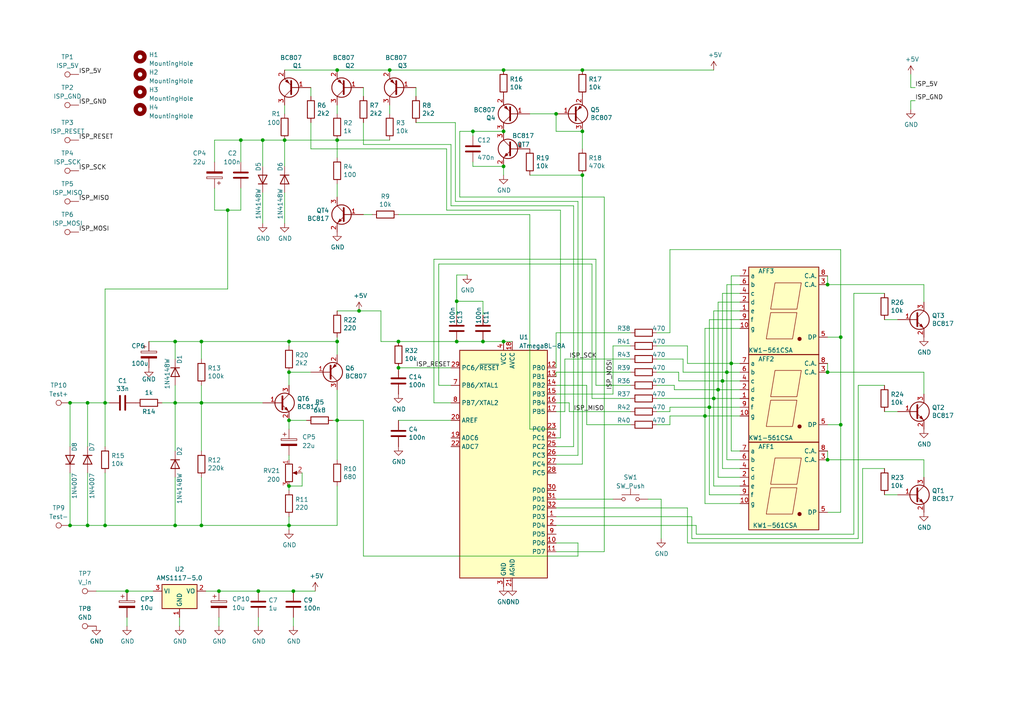
<source format=kicad_sch>
(kicad_sch (version 20231120) (generator "eeschema") (generator_version "8.0")
  (paper "A4")
  (lib_symbols
    (symbol "Connector:TestPoint" (pin_numbers hide) (pin_names (offset 0.762) hide)
      (property "Reference" "TP" (at 0 6.858 0))
      (property "Value" "TestPoint" (at 0 5.08 0))
      (symbol "TestPoint_1_1"
        (pin passive line (at 0 0 90) (length 2.54) (name "1") (number "1"))
      )
    )
    (symbol "Device:C" (pin_numbers hide) (pin_names (offset 0.254))
      (property "Reference" "C" (at 0.635 2.54 0))
      (property "Value" "C" (at 0.635 -2.54 0))
      (symbol "C_1_1"
        (pin passive line (at 0 3.81 270) (length 2.794) (name "~") (number "1"))
        (pin passive line (at 0 -3.81 90) (length 2.794) (name "~") (number "2"))
      )
    )
    (symbol "Device:C_Polarized" (pin_numbers hide) (pin_names (offset 0.254))
      (property "Reference" "C" (at 0.635 2.54 0))
      (property "Value" "C_Polarized" (at 0.635 -2.54 0))
      (symbol "C_Polarized_1_1"
        (pin passive line (at 0 3.81 270) (length 2.794) (name "~") (number "1"))
        (pin passive line (at 0 -3.81 90) (length 2.794) (name "~") (number "2"))
      )
    )
    (symbol "Device:R" (pin_numbers hide) (pin_names (offset 0))
      (property "Reference" "R" (at 2.032 0 90))
      (property "Value" "R" (at 0 0 90))
      (symbol "R_1_1"
        (pin passive line (at 0 3.81 270) (length 1.27) (name "~") (number "1"))
        (pin passive line (at 0 -3.81 90) (length 1.27) (name "~") (number "2"))
      )
    )
    (symbol "Device:R_Potentiometer" (pin_names (offset 1.016) hide)
      (property "Reference" "RV" (at -4.445 0 90))
      (property "Value" "R_Potentiometer" (at -2.54 0 90))
      (symbol "R_Potentiometer_1_1"
        (pin passive line (at 0 3.81 270) (length 1.27) (name "1") (number "1"))
        (pin passive line (at 3.81 0 180) (length 1.27) (name "2") (number "2"))
        (pin passive line (at 0 -3.81 90) (length 1.27) (name "3") (number "3"))
      )
    )
    (symbol "Diode:1N4007" (pin_numbers hide) (pin_names hide)
      (property "Reference" "D" (at 0 2.54 0))
      (property "Value" "1N4007" (at 0 -2.54 0))
      (symbol "1N4007_1_1"
        (pin passive line (at -3.81 0 0) (length 2.54) (name "K") (number "1"))
        (pin passive line (at 3.81 0 180) (length 2.54) (name "A") (number "2"))
      )
    )
    (symbol "Diode:1N4148W" (pin_numbers hide) (pin_names hide)
      (property "Reference" "D" (at 0 2.54 0))
      (property "Value" "1N4148W" (at 0 -2.54 0))
      (symbol "1N4148W_1_1"
        (pin passive line (at -3.81 0 0) (length 2.54) (name "K") (number "1"))
        (pin passive line (at 3.81 0 180) (length 2.54) (name "A") (number "2"))
      )
    )
    (symbol "Display_Character:LTS-6960HR"
      (property "Reference" "AFF" (at -7.874 13.97 0))
      (property "Value" "LTS-6960HR" (at -2.032 13.97 0))
      (symbol "LTS-6960HR_1_1"
        (pin passive line (at -12.7 0 0) (length 2.54) (name "e") (number "1"))
        (pin passive line (at -12.7 -5.08 0) (length 2.54) (name "g") (number "10"))
        (pin passive line (at -12.7 2.54 0) (length 2.54) (name "d") (number "2"))
        (pin passive line (at 12.7 7.62 180) (length 2.54) (name "C.A.") (number "3"))
        (pin passive line (at -12.7 5.08 0) (length 2.54) (name "c") (number "4"))
        (pin passive line (at 12.7 -7.62 180) (length 2.54) (name "DP") (number "5"))
        (pin passive line (at -12.7 7.62 0) (length 2.54) (name "b") (number "6"))
        (pin passive line (at -12.7 10.16 0) (length 2.54) (name "a") (number "7"))
        (pin passive line (at 12.7 10.16 180) (length 2.54) (name "C.A.") (number "8"))
        (pin passive line (at -12.7 -2.54 0) (length 2.54) (name "f") (number "9"))
      )
    )
    (symbol "MCU_Microchip_ATmega:ATmega8L-8A"
      (property "Reference" "U" (at -12.7 34.29 0))
      (property "Value" "ATmega8L-8A" (at 5.08 -34.29 0))
      (symbol "ATmega8L-8A_1_1"
        (pin bidirectional line (at 15.24 -15.24 180) (length 2.54) (name "PD3") (number "1"))
        (pin bidirectional line (at 15.24 -22.86 180) (length 2.54) (name "PD6") (number "10"))
        (pin bidirectional line (at 15.24 -25.4 180) (length 2.54) (name "PD7") (number "11"))
        (pin bidirectional line (at 15.24 27.94 180) (length 2.54) (name "PB0") (number "12"))
        (pin bidirectional line (at 15.24 25.4 180) (length 2.54) (name "PB1") (number "13"))
        (pin bidirectional line (at 15.24 22.86 180) (length 2.54) (name "PB2") (number "14"))
        (pin bidirectional line (at 15.24 20.32 180) (length 2.54) (name "PB3") (number "15"))
        (pin bidirectional line (at 15.24 17.78 180) (length 2.54) (name "PB4") (number "16"))
        (pin bidirectional line (at 15.24 15.24 180) (length 2.54) (name "PB5") (number "17"))
        (pin power_in line (at 2.54 35.56 270) (length 2.54) (name "AVCC") (number "18"))
        (pin input line (at -15.24 7.62 0) (length 2.54) (name "ADC6") (number "19"))
        (pin bidirectional line (at 15.24 -17.78 180) (length 2.54) (name "PD4") (number "2"))
        (pin passive line (at -15.24 12.7 0) (length 2.54) (name "AREF") (number "20"))
        (pin power_in line (at 2.54 -35.56 90) (length 2.54) (name "AGND") (number "21"))
        (pin input line (at -15.24 5.08 0) (length 2.54) (name "ADC7") (number "22"))
        (pin bidirectional line (at 15.24 10.16 180) (length 2.54) (name "PC0") (number "23"))
        (pin bidirectional line (at 15.24 7.62 180) (length 2.54) (name "PC1") (number "24"))
        (pin bidirectional line (at 15.24 5.08 180) (length 2.54) (name "PC2") (number "25"))
        (pin bidirectional line (at 15.24 2.54 180) (length 2.54) (name "PC3") (number "26"))
        (pin bidirectional line (at 15.24 0 180) (length 2.54) (name "PC4") (number "27"))
        (pin bidirectional line (at 15.24 -2.54 180) (length 2.54) (name "PC5") (number "28"))
        (pin bidirectional line (at -15.24 27.94 0) (length 2.54) (name "PC6/~{RESET}") (number "29"))
        (pin power_in line (at 0 -35.56 90) (length 2.54) (name "GND") (number "3"))
        (pin bidirectional line (at 15.24 -7.62 180) (length 2.54) (name "PD0") (number "30"))
        (pin bidirectional line (at 15.24 -10.16 180) (length 2.54) (name "PD1") (number "31"))
        (pin bidirectional line (at 15.24 -12.7 180) (length 2.54) (name "PD2") (number "32"))
        (pin power_in line (at 0 35.56 270) (length 2.54) (name "VCC") (number "4"))
        (pin passive line (at 0 -35.56 90) (length 2.54) hide (name "GND") (number "5"))
        (pin passive line (at 0 35.56 270) (length 2.54) hide (name "VCC") (number "6"))
        (pin bidirectional line (at -15.24 22.86 0) (length 2.54) (name "PB6/XTAL1") (number "7"))
        (pin bidirectional line (at -15.24 17.78 0) (length 2.54) (name "PB7/XTAL2") (number "8"))
        (pin bidirectional line (at 15.24 -20.32 180) (length 2.54) (name "PD5") (number "9"))
      )
    )
    (symbol "Mechanical:MountingHole" (pin_names (offset 1.016))
      (property "Reference" "H" (at 0 5.08 0))
      (property "Value" "MountingHole" (at 0 3.175 0))
    )
    (symbol "Regulator_Linear:AMS1117-5.0"
      (property "Reference" "U" (at -3.81 3.175 0))
      (property "Value" "AMS1117-5.0" (at 0 3.175 0))
      (symbol "AMS1117-5.0_1_1"
        (pin power_in line (at 0 -7.62 90) (length 2.54) (name "GND") (number "1"))
        (pin power_out line (at 7.62 0 180) (length 2.54) (name "VO") (number "2"))
        (pin power_in line (at -7.62 0 0) (length 2.54) (name "VI") (number "3"))
      )
    )
    (symbol "Switch:SW_Push" (pin_numbers hide) (pin_names (offset 1.016) hide)
      (property "Reference" "SW" (at 1.27 2.54 0))
      (property "Value" "SW_Push" (at 0 -1.524 0))
      (symbol "SW_Push_0_1"
        (pin passive line (at -5.08 0 0) (length 2.54) (name "1") (number "1"))
        (pin passive line (at 5.08 0 180) (length 2.54) (name "2") (number "2"))
      )
    )
    (symbol "Transistor_BJT:BC807" (pin_names (offset 0) hide)
      (property "Reference" "Q" (at 5.08 1.905 0))
      (property "Value" "BC807" (at 5.08 0 0))
      (symbol "BC807_1_1"
        (pin input line (at -5.08 0 0) (length 5.715) (name "B") (number "1"))
        (pin passive line (at 2.54 -5.08 90) (length 2.54) (name "E") (number "2"))
        (pin passive line (at 2.54 5.08 270) (length 2.54) (name "C") (number "3"))
      )
    )
    (symbol "Transistor_BJT:BC817" (pin_names (offset 0) hide)
      (property "Reference" "Q" (at 5.08 1.905 0))
      (property "Value" "BC817" (at 5.08 0 0))
      (symbol "BC817_1_1"
        (pin input line (at -5.08 0 0) (length 5.715) (name "B") (number "1"))
        (pin passive line (at 2.54 -5.08 90) (length 2.54) (name "E") (number "2"))
        (pin passive line (at 2.54 5.08 270) (length 2.54) (name "C") (number "3"))
      )
    )
    (symbol "power:+5V" (power) (pin_names (offset 0))
      (property "Value" "+5V" (at 0 3.556 0))
      (symbol "+5V_1_1"
        (pin power_in line (at 0 0 90) (length 0) hide (name "+5V") (number "1"))
      )
    )
    (symbol "power:GND" (power) (pin_names (offset 0))
      (property "Value" "GND" (at 0 -3.81 0))
      (symbol "GND_1_1"
        (pin power_in line (at 0 0 270) (length 0) hide (name "GND") (number "1"))
      )
    )
  )
  (junction (at 161.29 33.02))
  (junction (at 146.05 99.06))
  (junction (at 83.82 121.92))
  (junction (at 115.57 106.68))
  (junction (at 210.82 107.95))
  (junction (at 240.03 107.95))
  (junction (at 146.05 38.1))
  (junction (at 168.91 38.1))
  (junction (at 97.79 99.06))
  (junction (at 97.79 20.32))
  (junction (at 104.14 90.17))
  (junction (at 69.85 40.64))
  (junction (at 146.05 20.32))
  (junction (at 50.8 99.06))
  (junction (at 20.32 116.84))
  (junction (at 132.461 87.376))
  (junction (at 115.57 99.06))
  (junction (at 20.32 152.4))
  (junction (at 83.82 107.95))
  (junction (at 85.09 171.45))
  (junction (at 82.55 40.64))
  (junction (at 63.5 171.45))
  (junction (at 50.8 152.4))
  (junction (at 83.82 99.06))
  (junction (at 25.4 116.84))
  (junction (at 58.42 116.84))
  (junction (at 208.28 113.03))
  (junction (at 113.03 20.32))
  (junction (at 243.84 123.19))
  (junction (at 30.48 152.4))
  (junction (at 50.8 116.84))
  (junction (at 30.48 116.84))
  (junction (at 74.93 171.45))
  (junction (at 240.03 82.55))
  (junction (at 83.82 140.97))
  (junction (at 209.55 110.49))
  (junction (at 25.4 152.4))
  (junction (at 132.461 99.06))
  (junction (at 212.09 105.41))
  (junction (at 168.91 20.32))
  (junction (at 240.03 133.35))
  (junction (at 97.79 121.92))
  (junction (at 168.91 50.8))
  (junction (at 58.42 99.06))
  (junction (at 58.42 152.4))
  (junction (at 243.84 97.79))
  (junction (at 83.82 152.4))
  (junction (at 204.47 120.65))
  (junction (at 66.04 60.96))
  (junction (at 97.79 40.64))
  (junction (at 146.05 48.26))
  (junction (at 76.2 40.64))
  (junction (at 140.081 99.06))
  (junction (at 36.83 171.45))
  (junction (at 207.01 115.57))
  (junction (at 137.16 38.1))
  (junction (at 205.74 118.11))
  (wire (pts (xy 83.82 132.08) (xy 83.82 133.35)))
  (wire (pts (xy 58.42 99.06) (xy 83.82 99.06)))
  (wire (pts (xy 146.05 48.26) (xy 137.16 48.26)))
  (wire (pts (xy 146.05 99.06) (xy 148.59 99.06)))
  (wire (pts (xy 209.55 110.49) (xy 214.63 110.49)))
  (wire (pts (xy 83.82 152.4) (xy 83.82 153.67)))
  (wire (pts (xy 115.57 62.23) (xy 153.67 62.23)))
  (wire (pts (xy 165.1 116.84) (xy 165.1 119.38)))
  (wire (pts (xy 161.29 114.3) (xy 177.8 114.3)))
  (wire (pts (xy 105.41 62.23) (xy 107.95 62.23)))
  (wire (pts (xy 161.29 144.78) (xy 177.8 144.78)))
  (wire (pts (xy 243.84 148.59) (xy 240.03 148.59)))
  (wire (pts (xy 132.08 58.42) (xy 167.64 58.42)))
  (wire (pts (xy 190.5 107.95) (xy 196.85 107.95)))
  (wire (pts (xy 127.254 76.581) (xy 171.704 76.581)))
  (wire (pts (xy 105.41 161.29) (xy 167.64 161.29)))
  (wire (pts (xy 165.1 119.38) (xy 182.88 119.38)))
  (wire (pts (xy 209.55 135.89) (xy 214.63 135.89)))
  (wire (pts (xy 168.91 38.1) (xy 168.91 43.18)))
  (wire (pts (xy 267.97 82.55) (xy 267.97 87.63)))
  (wire (pts (xy 97.79 99.06) (xy 97.79 102.87)))
  (wire (pts (xy 177.8 114.3) (xy 177.8 100.33)))
  (wire (pts (xy 240.03 105.41) (xy 240.03 107.95)))
  (wire (pts (xy 247.65 85.09) (xy 256.54 85.09)))
  (wire (pts (xy 97.79 20.32) (xy 113.03 20.32)))
  (wire (pts (xy 208.28 138.43) (xy 214.63 138.43)))
  (wire (pts (xy 243.84 72.39) (xy 243.84 97.79)))
  (wire (pts (xy 256.54 143.51) (xy 260.35 143.51)))
  (wire (pts (xy 133.35 57.15) (xy 175.26 57.15)))
  (wire (pts (xy 194.31 120.65) (xy 204.47 120.65)))
  (wire (pts (xy 115.57 99.06) (xy 132.461 99.06)))
  (wire (pts (xy 58.42 116.84) (xy 76.2 116.84)))
  (wire (pts (xy 248.92 111.76) (xy 256.54 111.76)))
  (wire (pts (xy 199.39 147.32) (xy 199.39 157.48)))
  (wire (pts (xy 161.29 119.38) (xy 163.83 119.38)))
  (wire (pts (xy 190.5 111.76) (xy 195.58 111.76)))
  (wire (pts (xy 209.55 110.49) (xy 209.55 135.89)))
  (wire (pts (xy 162.56 127) (xy 161.29 127)))
  (wire (pts (xy 25.4 152.4) (xy 20.32 152.4)))
  (wire (pts (xy 267.97 133.35) (xy 267.97 138.43)))
  (wire (pts (xy 58.42 99.06) (xy 58.42 104.14)))
  (wire (pts (xy 196.85 110.49) (xy 209.55 110.49)))
  (wire (pts (xy 207.01 90.17) (xy 207.01 115.57)))
  (wire (pts (xy 248.92 156.21) (xy 248.92 111.76)))
  (wire (pts (xy 214.63 87.63) (xy 208.28 87.63)))
  (wire (pts (xy 177.8 100.33) (xy 182.88 100.33)))
  (wire (pts (xy 25.4 116.84) (xy 25.4 129.54)))
  (wire (pts (xy 264.16 31.75) (xy 264.16 29.21)))
  (wire (pts (xy 167.64 157.48) (xy 161.29 157.48)))
  (wire (pts (xy 205.74 118.11) (xy 214.63 118.11)))
  (wire (pts (xy 161.29 33.02) (xy 161.29 38.1)))
  (wire (pts (xy 146.05 48.26) (xy 146.05 50.8)))
  (wire (pts (xy 132.461 99.06) (xy 140.081 99.06)))
  (wire (pts (xy 83.82 107.95) (xy 83.82 111.76)))
  (wire (pts (xy 167.64 157.48) (xy 167.64 161.29)))
  (wire (pts (xy 130.81 41.91) (xy 130.81 59.69)))
  (wire (pts (xy 50.8 152.4) (xy 50.8 138.43)))
  (wire (pts (xy 137.16 38.1) (xy 137.16 39.37)))
  (wire (pts (xy 74.93 171.45) (xy 85.09 171.45)))
  (wire (pts (xy 83.82 100.33) (xy 83.82 99.06)))
  (wire (pts (xy 63.5 171.45) (xy 74.93 171.45)))
  (wire (pts (xy 171.704 76.581) (xy 171.704 115.57)))
  (wire (pts (xy 167.64 58.42) (xy 167.64 132.08)))
  (wire (pts (xy 62.23 40.64) (xy 69.85 40.64)))
  (wire (pts (xy 30.48 116.84) (xy 31.75 116.84)))
  (wire (pts (xy 30.48 137.16) (xy 30.48 152.4)))
  (wire (pts (xy 146.05 38.1) (xy 137.16 38.1)))
  (wire (pts (xy 205.74 143.51) (xy 214.63 143.51)))
  (wire (pts (xy 264.16 29.21) (xy 265.43 29.21)))
  (wire (pts (xy 125.857 116.84) (xy 125.857 75.184)))
  (wire (pts (xy 87.63 137.16) (xy 87.63 140.97)))
  (wire (pts (xy 132.461 87.376) (xy 132.461 91.44)))
  (wire (pts (xy 209.55 85.09) (xy 209.55 110.49)))
  (wire (pts (xy 161.29 38.1) (xy 168.91 38.1)))
  (wire (pts (xy 58.42 138.43) (xy 58.42 152.4)))
  (wire (pts (xy 63.5 179.07) (xy 63.5 181.61)))
  (wire (pts (xy 82.55 64.77) (xy 82.55 55.88)))
  (wire (pts (xy 161.29 116.84) (xy 165.1 116.84)))
  (wire (pts (xy 162.56 60.96) (xy 162.56 127)))
  (wire (pts (xy 240.03 133.35) (xy 267.97 133.35)))
  (wire (pts (xy 129.54 60.96) (xy 162.56 60.96)))
  (wire (pts (xy 83.82 152.4) (xy 97.79 152.4)))
  (wire (pts (xy 214.63 90.17) (xy 207.01 90.17)))
  (wire (pts (xy 187.96 144.78) (xy 191.77 144.78)))
  (wire (pts (xy 83.82 149.86) (xy 83.82 152.4)))
  (wire (pts (xy 200.66 149.86) (xy 200.66 156.21)))
  (wire (pts (xy 198.12 104.14) (xy 198.12 107.95)))
  (wire (pts (xy 172.847 111.76) (xy 182.88 111.76)))
  (wire (pts (xy 146.05 20.32) (xy 168.91 20.32)))
  (wire (pts (xy 204.47 95.25) (xy 204.47 120.65)))
  (wire (pts (xy 168.91 50.8) (xy 168.91 134.62)))
  (wire (pts (xy 30.48 152.4) (xy 25.4 152.4)))
  (wire (pts (xy 190.5 96.52) (xy 194.31 96.52)))
  (wire (pts (xy 161.29 107.95) (xy 182.88 107.95)))
  (wire (pts (xy 267.97 107.95) (xy 267.97 114.3)))
  (wire (pts (xy 163.83 104.14) (xy 182.88 104.14)))
  (wire (pts (xy 74.93 179.07) (xy 74.93 181.61)))
  (wire (pts (xy 205.74 118.11) (xy 205.74 143.51)))
  (wire (pts (xy 214.63 80.01) (xy 212.09 80.01)))
  (wire (pts (xy 50.8 99.06) (xy 58.42 99.06)))
  (wire (pts (xy 25.4 137.16) (xy 25.4 152.4)))
  (wire (pts (xy 90.17 107.95) (xy 83.82 107.95)))
  (wire (pts (xy 97.79 40.64) (xy 113.03 40.64)))
  (wire (pts (xy 194.31 120.65) (xy 194.31 123.19)))
  (wire (pts (xy 190.5 123.19) (xy 194.31 123.19)))
  (wire (pts (xy 161.29 96.52) (xy 182.88 96.52)))
  (wire (pts (xy 90.17 43.18) (xy 129.54 43.18)))
  (wire (pts (xy 76.2 64.77) (xy 76.2 55.88)))
  (wire (pts (xy 120.65 35.56) (xy 132.08 35.56)))
  (wire (pts (xy 58.42 116.84) (xy 58.42 130.81)))
  (wire (pts (xy 256.54 92.71) (xy 260.35 92.71)))
  (wire (pts (xy 88.9 121.92) (xy 83.82 121.92)))
  (wire (pts (xy 161.29 152.4) (xy 201.93 152.4)))
  (wire (pts (xy 161.29 109.22) (xy 161.29 107.95)))
  (wire (pts (xy 50.8 116.84) (xy 50.8 130.81)))
  (wire (pts (xy 161.29 147.32) (xy 199.39 147.32)))
  (wire (pts (xy 194.31 118.11) (xy 205.74 118.11)))
  (wire (pts (xy 190.5 119.38) (xy 194.31 119.38)))
  (wire (pts (xy 27.94 171.45) (xy 36.83 171.45)))
  (wire (pts (xy 132.461 79.756) (xy 135.509 79.756)))
  (wire (pts (xy 62.23 46.99) (xy 62.23 40.64)))
  (wire (pts (xy 105.41 35.56) (xy 105.41 41.91)))
  (wire (pts (xy 214.63 95.25) (xy 204.47 95.25)))
  (wire (pts (xy 264.16 25.4) (xy 265.43 25.4)))
  (wire (pts (xy 69.85 60.96) (xy 69.85 54.61)))
  (wire (pts (xy 190.5 104.14) (xy 198.12 104.14)))
  (wire (pts (xy 171.704 115.57) (xy 182.88 115.57)))
  (wire (pts (xy 204.47 146.05) (xy 214.63 146.05)))
  (wire (pts (xy 196.85 107.95) (xy 196.85 110.49)))
  (wire (pts (xy 240.03 97.79) (xy 243.84 97.79)))
  (wire (pts (xy 191.77 144.78) (xy 191.77 156.21)))
  (wire (pts (xy 132.461 87.376) (xy 140.081 87.376)))
  (wire (pts (xy 105.41 41.91) (xy 130.81 41.91)))
  (wire (pts (xy 190.5 115.57) (xy 207.01 115.57)))
  (wire (pts (xy 240.03 80.01) (xy 240.03 82.55)))
  (wire (pts (xy 66.04 60.96) (xy 69.85 60.96)))
  (wire (pts (xy 82.55 40.64) (xy 97.79 40.64)))
  (wire (pts (xy 201.93 154.94) (xy 247.65 154.94)))
  (wire (pts (xy 85.09 171.45) (xy 91.44 171.45)))
  (wire (pts (xy 207.01 115.57) (xy 214.63 115.57)))
  (wire (pts (xy 83.82 99.06) (xy 97.79 99.06)))
  (wire (pts (xy 198.12 107.95) (xy 210.82 107.95)))
  (wire (pts (xy 199.39 157.48) (xy 250.19 157.48)))
  (wire (pts (xy 175.26 160.02) (xy 161.29 160.02)))
  (wire (pts (xy 130.81 116.84) (xy 125.857 116.84)))
  (wire (pts (xy 97.79 97.79) (xy 97.79 99.06)))
  (wire (pts (xy 195.58 111.76) (xy 195.58 113.03)))
  (wire (pts (xy 36.83 179.07) (xy 36.83 181.61)))
  (wire (pts (xy 50.8 152.4) (xy 58.42 152.4)))
  (wire (pts (xy 195.58 113.03) (xy 208.28 113.03)))
  (wire (pts (xy 132.08 35.56) (xy 132.08 58.42)))
  (wire (pts (xy 87.63 140.97) (xy 83.82 140.97)))
  (wire (pts (xy 210.82 107.95) (xy 210.82 133.35)))
  (wire (pts (xy 212.09 105.41) (xy 212.09 130.81)))
  (wire (pts (xy 212.09 105.41) (xy 214.63 105.41)))
  (wire (pts (xy 247.65 154.94) (xy 247.65 85.09)))
  (wire (pts (xy 166.37 129.54) (xy 161.29 129.54)))
  (wire (pts (xy 58.42 111.76) (xy 58.42 116.84)))
  (wire (pts (xy 125.857 75.184) (xy 172.847 75.184)))
  (wire (pts (xy 96.52 121.92) (xy 97.79 121.92)))
  (wire (pts (xy 130.81 59.69) (xy 166.37 59.69)))
  (wire (pts (xy 127.254 111.76) (xy 127.254 76.581)))
  (wire (pts (xy 210.82 133.35) (xy 214.63 133.35)))
  (wire (pts (xy 256.54 119.38) (xy 260.35 119.38)))
  (wire (pts (xy 85.09 179.07) (xy 85.09 181.61)))
  (wire (pts (xy 243.84 123.19) (xy 240.03 123.19)))
  (wire (pts (xy 163.83 119.38) (xy 163.83 104.14)))
  (wire (pts (xy 240.03 107.95) (xy 267.97 107.95)))
  (wire (pts (xy 161.29 111.76) (xy 170.18 111.76)))
  (wire (pts (xy 62.23 60.96) (xy 62.23 54.61)))
  (wire (pts (xy 194.31 118.11) (xy 194.31 119.38)))
  (wire (pts (xy 110.49 99.06) (xy 110.49 90.17)))
  (wire (pts (xy 113.03 30.48) (xy 113.03 33.02)))
  (wire (pts (xy 30.48 116.84) (xy 30.48 129.54)))
  (wire (pts (xy 20.32 116.84) (xy 20.32 129.54)))
  (wire (pts (xy 168.91 20.32) (xy 207.01 20.32)))
  (wire (pts (xy 207.01 115.57) (xy 207.01 140.97)))
  (wire (pts (xy 97.79 53.34) (xy 97.79 57.15)))
  (wire (pts (xy 199.39 105.41) (xy 212.09 105.41)))
  (wire (pts (xy 90.17 25.4) (xy 90.17 27.94)))
  (wire (pts (xy 208.28 113.03) (xy 208.28 138.43)))
  (wire (pts (xy 140.081 87.376) (xy 140.081 91.44)))
  (wire (pts (xy 153.67 62.23) (xy 153.67 124.46)))
  (wire (pts (xy 130.81 111.76) (xy 127.254 111.76)))
  (wire (pts (xy 214.63 82.55) (xy 210.82 82.55)))
  (wire (pts (xy 208.28 113.03) (xy 214.63 113.03)))
  (wire (pts (xy 172.847 75.184) (xy 172.847 111.76)))
  (wire (pts (xy 199.39 100.33) (xy 199.39 105.41)))
  (wire (pts (xy 110.49 90.17) (xy 104.14 90.17)))
  (wire (pts (xy 210.82 107.95) (xy 214.63 107.95)))
  (wire (pts (xy 250.19 157.48) (xy 250.19 135.89)))
  (wire (pts (xy 137.16 38.1) (xy 133.35 38.1)))
  (wire (pts (xy 132.461 87.376) (xy 132.461 79.756)))
  (wire (pts (xy 50.8 116.84) (xy 58.42 116.84)))
  (wire (pts (xy 133.35 38.1) (xy 133.35 57.15)))
  (wire (pts (xy 30.48 116.84) (xy 25.4 116.84)))
  (wire (pts (xy 207.01 140.97) (xy 214.63 140.97)))
  (wire (pts (xy 166.37 59.69) (xy 166.37 129.54)))
  (wire (pts (xy 210.82 82.55) (xy 210.82 107.95)))
  (wire (pts (xy 153.67 50.8) (xy 168.91 50.8)))
  (wire (pts (xy 76.2 40.64) (xy 82.55 40.64)))
  (wire (pts (xy 20.32 152.4) (xy 20.32 137.16)))
  (wire (pts (xy 83.82 142.24) (xy 83.82 140.97)))
  (wire (pts (xy 82.55 30.48) (xy 82.55 33.02)))
  (wire (pts (xy 30.48 83.82) (xy 30.48 116.84)))
  (wire (pts (xy 76.2 40.64) (xy 76.2 48.26)))
  (wire (pts (xy 137.16 48.26) (xy 137.16 46.99)))
  (wire (pts (xy 25.4 116.84) (xy 20.32 116.84)))
  (wire (pts (xy 90.17 35.56) (xy 90.17 43.18)))
  (wire (pts (xy 43.18 99.06) (xy 50.8 99.06)))
  (wire (pts (xy 62.23 60.96) (xy 66.04 60.96)))
  (wire (pts (xy 208.28 87.63) (xy 208.28 113.03)))
  (wire (pts (xy 110.49 99.06) (xy 115.57 99.06)))
  (wire (pts (xy 153.67 124.46) (xy 161.29 124.46)))
  (wire (pts (xy 161.29 134.62) (xy 168.91 134.62)))
  (wire (pts (xy 120.65 25.4) (xy 120.65 27.94)))
  (wire (pts (xy 214.63 85.09) (xy 209.55 85.09)))
  (wire (pts (xy 212.09 130.81) (xy 214.63 130.81)))
  (wire (pts (xy 76.2 40.64) (xy 69.85 40.64)))
  (wire (pts (xy 140.081 99.06) (xy 146.05 99.06)))
  (wire (pts (xy 250.19 135.89) (xy 256.54 135.89)))
  (wire (pts (xy 50.8 116.84) (xy 46.99 116.84)))
  (wire (pts (xy 161.29 33.02) (xy 153.67 33.02)))
  (wire (pts (xy 105.41 25.4) (xy 105.41 27.94)))
  (wire (pts (xy 194.31 96.52) (xy 194.31 72.39)))
  (wire (pts (xy 205.74 92.71) (xy 205.74 118.11)))
  (wire (pts (xy 97.79 152.4) (xy 97.79 140.97)))
  (wire (pts (xy 66.04 83.82) (xy 30.48 83.82)))
  (wire (pts (xy 264.16 21.59) (xy 264.16 25.4)))
  (wire (pts (xy 214.63 92.71) (xy 205.74 92.71)))
  (wire (pts (xy 59.69 171.45) (xy 63.5 171.45)))
  (wire (pts (xy 190.5 100.33) (xy 199.39 100.33)))
  (wire (pts (xy 36.83 171.45) (xy 44.45 171.45)))
  (wire (pts (xy 243.84 97.79) (xy 243.84 123.19)))
  (wire (pts (xy 113.03 20.32) (xy 146.05 20.32)))
  (wire (pts (xy 130.81 106.68) (xy 115.57 106.68)))
  (wire (pts (xy 167.64 132.08) (xy 161.29 132.08)))
  (wire (pts (xy 97.79 121.92) (xy 97.79 113.03)))
  (wire (pts (xy 97.79 121.92) (xy 97.79 133.35)))
  (wire (pts (xy 175.26 57.15) (xy 175.26 160.02)))
  (wire (pts (xy 97.79 40.64) (xy 97.79 45.72)))
  (wire (pts (xy 201.93 152.4) (xy 201.93 154.94)))
  (wire (pts (xy 58.42 152.4) (xy 83.82 152.4)))
  (wire (pts (xy 104.14 90.17) (xy 97.79 90.17)))
  (wire (pts (xy 129.54 43.18) (xy 129.54 60.96)))
  (wire (pts (xy 30.48 152.4) (xy 50.8 152.4)))
  (wire (pts (xy 243.84 123.19) (xy 243.84 148.59)))
  (wire (pts (xy 50.8 111.76) (xy 50.8 116.84)))
  (wire (pts (xy 161.29 106.68) (xy 161.29 96.52)))
  (wire (pts (xy 204.47 120.65) (xy 214.63 120.65)))
  (wire (pts (xy 105.41 121.92) (xy 105.41 161.29)))
  (wire (pts (xy 194.31 72.39) (xy 243.84 72.39)))
  (wire (pts (xy 97.79 30.48) (xy 97.79 33.02)))
  (wire (pts (xy 240.03 82.55) (xy 267.97 82.55)))
  (wire (pts (xy 50.8 99.06) (xy 50.8 104.14)))
  (wire (pts (xy 66.04 60.96) (xy 66.04 83.82)))
  (wire (pts (xy 82.55 48.26) (xy 82.55 40.64)))
  (wire (pts (xy 115.57 121.92) (xy 130.81 121.92)))
  (wire (pts (xy 82.55 20.32) (xy 97.79 20.32)))
  (wire (pts (xy 83.82 121.92) (xy 83.82 124.46)))
  (wire (pts (xy 161.29 149.86) (xy 200.66 149.86)))
  (wire (pts (xy 200.66 156.21) (xy 248.92 156.21)))
  (wire (pts (xy 69.85 46.99) (xy 69.85 40.64)))
  (wire (pts (xy 52.07 179.07) (xy 52.07 181.61)))
  (wire (pts (xy 240.03 130.81) (xy 240.03 133.35)))
  (wire (pts (xy 97.79 121.92) (xy 105.41 121.92)))
  (wire (pts (xy 204.47 120.65) (xy 204.47 146.05)))
  (wire (pts (xy 170.18 111.76) (xy 170.18 123.19)))
  (wire (pts (xy 170.18 123.19) (xy 182.88 123.19)))
  (wire (pts (xy 212.09 80.01) (xy 212.09 105.41)))
  (label "ISP_MISO" (at 22.86 58.42 0))
  (label "ISP_MISO" (at 166.37 119.38 0))
  (label "ISP_RESET" (at 22.86 40.64 0))
  (label "ISP_MOSI" (at 22.86 67.31 0))
  (label "ISP_RESET" (at 120.65 106.68 0))
  (label "ISP_SCK" (at 22.86 49.53 0))
  (label "ISP_MOSI" (at 177.8 113.03 90))
  (label "ISP_5V" (at 22.86 21.59 0))
  (label "ISP_GND" (at 265.43 29.21 0))
  (label "ISP_GND" (at 22.86 30.48 0))
  (label "ISP_SCK" (at 165.1 104.14 0))
  (label "ISP_5V" (at 265.43 25.4 0))
  (symbol (lib_id "Display_Character:LTS-6960HR") (at 227.33 90.17 0) (unit 1)
    (property "Reference" "AFF3" (at 222.25 78.613 0))
    (property "Value" "KW1-561CSA" (at 223.52 101.6 0))
    (property "Footprint" "Display_7Segment:7SegmentLED_LTS6760_LTS6780" (effects (hide yes)))
    (property "Datasheet" "https://www.tme.eu/Document/71e70fb68b634953c09d371cc1337efd/kw1-561csa.pdf" (effects (hide yes)))
  )
  (symbol (lib_id "Display_Character:LTS-6960HR") (at 227.33 115.57 0) (unit 1)
    (property "Reference" "AFF2" (at 222.25 104.14 0))
    (property "Value" "KW1-561CSA" (at 223.52 127 0))
    (property "Footprint" "Display_7Segment:7SegmentLED_LTS6760_LTS6780" (effects (hide yes)))
    (property "Datasheet" "https://www.tme.eu/Document/71e70fb68b634953c09d371cc1337efd/kw1-561csa.pdf" (effects (hide yes)))
  )
  (symbol (lib_id "Display_Character:LTS-6960HR") (at 227.33 140.97 0) (unit 1)
    (property "Reference" "AFF1" (at 222.25 129.54 0))
    (property "Value" "KW1-561CSA" (at 224.79 152.4 0))
    (property "Footprint" "Display_7Segment:7SegmentLED_LTS6760_LTS6780" (effects (hide yes)))
    (property "Datasheet" "https://www.tme.eu/Document/71e70fb68b634953c09d371cc1337efd/kw1-561csa.pdf" (effects (hide yes)))
  )
  (symbol (lib_id "Device:R") (at 186.69 115.57 90) (unit 1)
    (property "Reference" "R37" (at 182.88 114.3 90) (effects (justify left)))
    (property "Value" "470" (at 193.04 114.3 90) (effects (justify left)))
    (property "Footprint" "Resistor_SMD:R_0603_1608Metric" (effects (hide yes)))
  )
  (symbol (lib_id "Device:R") (at 186.69 111.76 90) (unit 1)
    (property "Reference" "R36" (at 182.88 110.49 90) (effects (justify left)))
    (property "Value" "470" (at 193.04 110.49 90) (effects (justify left)))
    (property "Footprint" "Resistor_SMD:R_0603_1608Metric" (effects (hide yes)))
  )
  (symbol (lib_id "Device:R") (at 186.69 107.95 90) (unit 1)
    (property "Reference" "R39" (at 182.88 106.68 90) (effects (justify left)))
    (property "Value" "470" (at 193.04 106.68 90) (effects (justify left)))
    (property "Footprint" "Resistor_SMD:R_0603_1608Metric" (effects (hide yes)))
  )
  (symbol (lib_id "Device:R") (at 186.69 104.14 90) (unit 1)
    (property "Reference" "R43" (at 182.88 102.87 90) (effects (justify left)))
    (property "Value" "470" (at 193.04 102.87 90) (effects (justify left)))
    (property "Footprint" "Resistor_SMD:R_0603_1608Metric" (effects (hide yes)))
  )
  (symbol (lib_id "Device:R") (at 186.69 119.38 90) (unit 1)
    (property "Reference" "R42" (at 182.88 118.11 90) (effects (justify left)))
    (property "Value" "470" (at 193.04 118.11 90) (effects (justify left)))
    (property "Footprint" "Resistor_SMD:R_0603_1608Metric" (effects (hide yes)))
  )
  (symbol (lib_id "Device:R") (at 186.69 123.19 90) (unit 1)
    (property "Reference" "R40" (at 182.88 121.92 90) (effects (justify left)))
    (property "Value" "470" (at 193.04 121.92 90) (effects (justify left)))
    (property "Footprint" "Resistor_SMD:R_0603_1608Metric" (effects (hide yes)))
  )
  (symbol (lib_id "Device:R") (at 186.69 100.33 90) (unit 1)
    (property "Reference" "R41" (at 182.88 99.06 90) (effects (justify left)))
    (property "Value" "470" (at 193.04 99.06 90) (effects (justify left)))
    (property "Footprint" "Resistor_SMD:R_0603_1608Metric" (effects (hide yes)))
  )
  (symbol (lib_id "Device:R") (at 186.69 96.52 90) (unit 1)
    (property "Reference" "R38" (at 182.88 95.25 90) (effects (justify left)))
    (property "Value" "470" (at 193.04 95.25 90) (effects (justify left)))
    (property "Footprint" "Resistor_SMD:R_0603_1608Metric" (effects (hide yes)))
  )
  (symbol (lib_id "Transistor_BJT:BC817") (at 265.43 92.71 0) (unit 1)
    (property "Reference" "QT3" (at 270.2814 91.5416 0) (effects (justify left)))
    (property "Value" "BC817" (at 270.2814 93.853 0) (effects (justify left)))
    (property "Footprint" "Package_TO_SOT_SMD:SOT-23" (effects (hide yes)))
    (property "Datasheet" "http://www.fairchildsemi.com/ds/BC/BC817.pdf" (effects (hide yes)))
  )
  (symbol (lib_id "Transistor_BJT:BC817") (at 265.43 119.38 0) (unit 1)
    (property "Reference" "QT2" (at 270.2814 118.2116 0) (effects (justify left)))
    (property "Value" "BC817" (at 270.2814 120.523 0) (effects (justify left)))
    (property "Footprint" "Package_TO_SOT_SMD:SOT-23" (effects (hide yes)))
    (property "Datasheet" "http://www.fairchildsemi.com/ds/BC/BC817.pdf" (effects (hide yes)))
  )
  (symbol (lib_id "Transistor_BJT:BC817") (at 265.43 143.51 0) (unit 1)
    (property "Reference" "QT1" (at 270.2814 142.3416 0) (effects (justify left)))
    (property "Value" "BC817" (at 270.2814 144.653 0) (effects (justify left)))
    (property "Footprint" "Package_TO_SOT_SMD:SOT-23" (effects (hide yes)))
    (property "Datasheet" "http://www.fairchildsemi.com/ds/BC/BC817.pdf" (effects (hide yes)))
  )
  (symbol (lib_id "power:GND") (at 267.97 148.59 0) (unit 1)
    (property "Reference" "#PWR0103" (effects (hide yes)))
    (property "Value" "GND" (at 268.097 152.9842 0))
  )
  (symbol (lib_id "power:GND") (at 267.97 124.46 0) (unit 1)
    (property "Reference" "#PWR0102" (effects (hide yes)))
    (property "Value" "GND" (at 268.097 128.8542 0))
  )
  (symbol (lib_id "power:GND") (at 267.97 97.79 0) (unit 1)
    (property "Reference" "#PWR0101" (effects (hide yes)))
    (property "Value" "GND" (at 268.097 102.1842 0))
  )
  (symbol (lib_id "Device:R") (at 256.54 88.9 0) (unit 1)
    (property "Reference" "R26" (at 258.318 87.7316 0) (effects (justify left)))
    (property "Value" "10k" (at 258.318 90.043 0) (effects (justify left)))
    (property "Footprint" "Resistor_SMD:R_0603_1608Metric" (effects (hide yes)))
  )
  (symbol (lib_id "Device:R") (at 256.54 115.57 0) (unit 1)
    (property "Reference" "R24" (at 258.318 114.4016 0) (effects (justify left)))
    (property "Value" "10k" (at 258.318 116.713 0) (effects (justify left)))
    (property "Footprint" "Resistor_SMD:R_0603_1608Metric" (effects (hide yes)))
  )
  (symbol (lib_id "Device:R") (at 256.54 139.7 0) (unit 1)
    (property "Reference" "R23" (at 258.318 138.5316 0) (effects (justify left)))
    (property "Value" "10k" (at 258.318 140.843 0) (effects (justify left)))
    (property "Footprint" "Resistor_SMD:R_0603_1608Metric" (effects (hide yes)))
  )
  (symbol (lib_id "power:GND") (at 148.59 170.18 0) (unit 1)
    (property "Reference" "#PWR0109" (effects (hide yes)))
    (property "Value" "GND" (at 148.717 174.5742 0))
  )
  (symbol (lib_id "power:GND") (at 146.05 170.18 0) (unit 1)
    (property "Reference" "#PWR0108" (effects (hide yes)))
    (property "Value" "GND" (at 146.177 174.5742 0))
  )
  (symbol (lib_id "Device:C") (at 115.57 125.73 0) (unit 1)
    (property "Reference" "C4" (at 118.491 124.5616 0) (effects (justify left)))
    (property "Value" "100n" (at 118.491 126.873 0) (effects (justify left)))
    (property "Footprint" "Capacitor_SMD:C_0603_1608Metric" (effects (hide yes)))
  )
  (symbol (lib_id "power:GND") (at 115.57 129.54 0) (unit 1)
    (property "Reference" "#PWR0106" (effects (hide yes)))
    (property "Value" "GND" (at 115.697 133.9342 0))
  )
  (symbol (lib_id "Device:C") (at 115.57 110.49 0) (unit 1)
    (property "Reference" "C14" (at 118.491 109.3216 0) (effects (justify left)))
    (property "Value" "100n" (at 118.491 111.633 0) (effects (justify left)))
    (property "Footprint" "Capacitor_SMD:C_0603_1608Metric" (effects (hide yes)))
  )
  (symbol (lib_id "power:GND") (at 115.57 114.3 0) (unit 1)
    (property "Reference" "#PWR0105" (effects (hide yes)))
    (property "Value" "GND" (at 115.697 118.6942 0))
  )
  (symbol (lib_id "Device:R") (at 115.57 102.87 0) (unit 1)
    (property "Reference" "R32" (at 117.348 101.7016 0) (effects (justify left)))
    (property "Value" "10k" (at 117.348 104.013 0) (effects (justify left)))
    (property "Footprint" "Resistor_SMD:R_0603_1608Metric" (effects (hide yes)))
  )
  (symbol (lib_id "Device:C") (at 132.461 95.25 0) (unit 1)
    (property "Reference" "C13" (at 133.35 93.98 90) (effects (justify left)))
    (property "Value" "100n" (at 131.191 93.98 90) (effects (justify left)))
    (property "Footprint" "Capacitor_SMD:C_0603_1608Metric" (effects (hide yes)))
  )
  (symbol (lib_id "power:GND") (at 135.509 79.756 0) (unit 1)
    (property "Reference" "#PWR0107" (effects (hide yes)))
    (property "Value" "GND" (at 135.636 84.1502 0))
  )
  (symbol (lib_id "Device:R") (at 168.91 24.13 0) (unit 1)
    (property "Reference" "R17" (at 170.688 22.9616 0) (effects (justify left)))
    (property "Value" "10k" (at 170.688 25.273 0) (effects (justify left)))
    (property "Footprint" "Resistor_SMD:R_0603_1608Metric" (effects (hide yes)))
  )
  (symbol (lib_id "Device:R") (at 146.05 24.13 0) (unit 1)
    (property "Reference" "R16" (at 147.828 22.9616 0) (effects (justify left)))
    (property "Value" "10k" (at 147.828 25.273 0) (effects (justify left)))
    (property "Footprint" "Resistor_SMD:R_0603_1608Metric" (effects (hide yes)))
  )
  (symbol (lib_id "Device:R") (at 168.91 46.99 0) (unit 1)
    (property "Reference" "R18" (at 170.688 45.8216 0) (effects (justify left)))
    (property "Value" "470k" (at 170.688 48.133 0) (effects (justify left)))
    (property "Footprint" "Resistor_SMD:R_0603_1608Metric" (effects (hide yes)))
  )
  (symbol (lib_id "Device:R") (at 153.67 46.99 0) (unit 1)
    (property "Reference" "R19" (at 155.448 45.8216 0) (effects (justify left)))
    (property "Value" "10k" (at 155.448 48.133 0) (effects (justify left)))
    (property "Footprint" "Resistor_SMD:R_0603_1608Metric" (effects (hide yes)))
  )
  (symbol (lib_id "Transistor_BJT:BC807") (at 148.59 33.02 180) (unit 1)
    (property "Reference" "Q4" (at 143.7386 34.1884 0) (effects (justify left)))
    (property "Value" "BC807" (at 143.7386 31.877 0) (effects (justify left)))
    (property "Footprint" "Package_TO_SOT_SMD:SOT-23" (effects (hide yes)))
    (property "Datasheet" "http://www.fairchildsemi.com/ds/BC/BC807.pdf" (effects (hide yes)))
  )
  (symbol (lib_id "Transistor_BJT:BC807") (at 166.37 33.02 0) (mirror x) (unit 1)
    (property "Reference" "Q5" (at 171.2214 31.8516 0) (effects (justify left)))
    (property "Value" "BC807" (at 171.2214 34.163 0) (effects (justify left)))
    (property "Footprint" "Package_TO_SOT_SMD:SOT-23" (effects (hide yes)))
    (property "Datasheet" "http://www.fairchildsemi.com/ds/BC/BC807.pdf" (effects (hide yes)))
  )
  (symbol (lib_id "Transistor_BJT:BC817") (at 148.59 43.18 0) (mirror y) (unit 1)
    (property "Reference" "QT7" (at 153.67 41.91 0) (effects (justify left)))
    (property "Value" "BC817" (at 154.94 39.37 0) (effects (justify left)))
    (property "Footprint" "Package_TO_SOT_SMD:SOT-23" (effects (hide yes)))
    (property "Datasheet" "http://www.fairchildsemi.com/ds/BC/BC817.pdf" (effects (hide yes)))
  )
  (symbol (lib_id "power:GND") (at 146.05 50.8 0) (unit 1)
    (property "Reference" "#PWR0111" (effects (hide yes)))
    (property "Value" "GND" (at 146.177 55.1942 0))
  )
  (symbol (lib_id "Device:C") (at 137.16 43.18 0) (unit 1)
    (property "Reference" "C12" (at 138.43 40.64 0) (effects (justify left)))
    (property "Value" "470n" (at 138.43 45.72 0) (effects (justify left)))
    (property "Footprint" "Capacitor_SMD:C_0603_1608Metric" (effects (hide yes)))
  )
  (symbol (lib_id "Transistor_BJT:BC807") (at 85.09 25.4 180) (unit 1)
    (property "Reference" "Q1" (at 87.63 19.05 0) (effects (justify left)))
    (property "Value" "BC807" (at 87.63 16.7386 0) (effects (justify left)))
    (property "Footprint" "Package_TO_SOT_SMD:SOT-23" (effects (hide yes)))
    (property "Datasheet" "http://www.fairchildsemi.com/ds/BC/BC807.pdf" (effects (hide yes)))
  )
  (symbol (lib_id "Transistor_BJT:BC807") (at 100.33 25.4 180) (unit 1)
    (property "Reference" "Q2" (at 102.87 19.05 0) (effects (justify left)))
    (property "Value" "BC807" (at 102.87 16.7386 0) (effects (justify left)))
    (property "Footprint" "Package_TO_SOT_SMD:SOT-23" (effects (hide yes)))
    (property "Datasheet" "http://www.fairchildsemi.com/ds/BC/BC807.pdf" (effects (hide yes)))
  )
  (symbol (lib_id "Transistor_BJT:BC807") (at 115.57 25.4 180) (unit 1)
    (property "Reference" "Q3" (at 118.11 19.05 0) (effects (justify left)))
    (property "Value" "BC807" (at 118.11 16.7386 0) (effects (justify left)))
    (property "Footprint" "Package_TO_SOT_SMD:SOT-23" (effects (hide yes)))
    (property "Datasheet" "http://www.fairchildsemi.com/ds/BC/BC807.pdf" (effects (hide yes)))
  )
  (symbol (lib_id "Device:R") (at 120.65 31.75 0) (unit 1)
    (property "Reference" "R8" (at 122.428 30.5816 0) (effects (justify left)))
    (property "Value" "2k2" (at 122.428 32.893 0) (effects (justify left)))
    (property "Footprint" "Resistor_SMD:R_0603_1608Metric" (effects (hide yes)))
  )
  (symbol (lib_id "Device:R") (at 113.03 36.83 0) (unit 1)
    (property "Reference" "R3" (at 114.808 35.6616 0) (effects (justify left)))
    (property "Value" "10k" (at 114.808 37.973 0) (effects (justify left)))
    (property "Footprint" "Resistor_SMD:R_0603_1608Metric" (effects (hide yes)))
  )
  (symbol (lib_id "Device:R") (at 105.41 31.75 0) (unit 1)
    (property "Reference" "R7" (at 107.188 30.5816 0) (effects (justify left)))
    (property "Value" "2k2" (at 107.188 32.893 0) (effects (justify left)))
    (property "Footprint" "Resistor_SMD:R_0603_1608Metric" (effects (hide yes)))
  )
  (symbol (lib_id "Device:R") (at 97.79 36.83 0) (unit 1)
    (property "Reference" "R2" (at 99.568 35.6616 0) (effects (justify left)))
    (property "Value" "1k" (at 99.568 37.973 0) (effects (justify left)))
    (property "Footprint" "Resistor_SMD:R_0603_1608Metric" (effects (hide yes)))
  )
  (symbol (lib_id "Device:R") (at 90.17 31.75 0) (unit 1)
    (property "Reference" "R6" (at 91.948 30.5816 0) (effects (justify left)))
    (property "Value" "2k2" (at 91.948 32.893 0) (effects (justify left)))
    (property "Footprint" "Resistor_SMD:R_0603_1608Metric" (effects (hide yes)))
  )
  (symbol (lib_id "Device:R") (at 82.55 36.83 0) (unit 1)
    (property "Reference" "R1" (at 78.74 33.02 0) (effects (justify left)))
    (property "Value" "100" (at 77.47 35.56 0) (effects (justify left)))
    (property "Footprint" "Resistor_SMD:R_0603_1608Metric" (effects (hide yes)))
  )
  (symbol (lib_id "Device:R") (at 97.79 49.53 0) (unit 1)
    (property "Reference" "R4" (at 99.568 48.3616 0) (effects (justify left)))
    (property "Value" "100" (at 99.568 50.673 0) (effects (justify left)))
    (property "Footprint" "Resistor_SMD:R_0603_1608Metric" (effects (hide yes)))
  )
  (symbol (lib_id "Transistor_BJT:BC817") (at 100.33 62.23 0) (mirror y) (unit 1)
    (property "Reference" "QT4" (at 95.4786 61.0616 0) (effects (justify left)))
    (property "Value" "BC817" (at 95.4786 63.373 0) (effects (justify left)))
    (property "Footprint" "Package_TO_SOT_SMD:SOT-23" (effects (hide yes)))
    (property "Datasheet" "http://www.fairchildsemi.com/ds/BC/BC817.pdf" (effects (hide yes)))
  )
  (symbol (lib_id "Device:R") (at 111.76 62.23 270) (unit 1)
    (property "Reference" "R9" (at 111.76 56.9722 90))
    (property "Value" "10k" (at 111.76 59.2836 90))
    (property "Footprint" "Resistor_SMD:R_0603_1608Metric" (effects (hide yes)))
  )
  (symbol (lib_id "power:GND") (at 97.79 67.31 0) (unit 1)
    (property "Reference" "#PWR0114" (effects (hide yes)))
    (property "Value" "GND" (at 97.917 71.7042 0))
  )
  (symbol (lib_id "Diode:1N4148W") (at 82.55 52.07 270) (unit 1)
    (property "Reference" "D6" (at 81.28 46.99 0) (effects (justify left)))
    (property "Value" "1N4148W" (at 81.28 54.61 0) (effects (justify left)))
    (property "Footprint" "Diode_SMD:D_SOD-123" (effects (hide yes)))
    (property "Datasheet" "https://www.vishay.com/docs/85748/1n4148w.pdf" (effects (hide yes)))
  )
  (symbol (lib_id "Diode:1N4148W") (at 76.2 52.07 90) (unit 1)
    (property "Reference" "D5" (at 74.93 46.99 0) (effects (justify right)))
    (property "Value" "1N4148W" (at 74.93 54.61 0) (effects (justify right)))
    (property "Footprint" "Diode_SMD:D_SOD-123" (effects (hide yes)))
    (property "Datasheet" "https://www.vishay.com/docs/85748/1n4148w.pdf" (effects (hide yes)))
  )
  (symbol (lib_id "Device:C") (at 69.85 50.8 0) (unit 1)
    (property "Reference" "C2" (at 66.04 44.45 0) (effects (justify left)))
    (property "Value" "100n" (at 64.77 46.99 0) (effects (justify left)))
    (property "Footprint" "Capacitor_SMD:C_0603_1608Metric" (effects (hide yes)))
  )
  (symbol (lib_id "power:GND") (at 82.55 64.77 0) (unit 1)
    (property "Reference" "#PWR0112" (effects (hide yes)))
    (property "Value" "GND" (at 82.677 69.1642 0))
  )
  (symbol (lib_id "power:GND") (at 76.2 64.77 0) (unit 1)
    (property "Reference" "#PWR0113" (effects (hide yes)))
    (property "Value" "GND" (at 76.327 69.1642 0))
  )
  (symbol (lib_id "Device:R") (at 97.79 93.98 0) (unit 1)
    (property "Reference" "R22" (at 99.568 92.8116 0) (effects (justify left)))
    (property "Value" "220" (at 99.568 95.123 0) (effects (justify left)))
    (property "Footprint" "Resistor_SMD:R_0603_1608Metric" (effects (hide yes)))
  )
  (symbol (lib_id "Transistor_BJT:BC807") (at 95.25 107.95 0) (mirror x) (unit 1)
    (property "Reference" "Q6" (at 100.1014 106.7816 0) (effects (justify left)))
    (property "Value" "BC807" (at 100.1014 109.093 0) (effects (justify left)))
    (property "Footprint" "Package_TO_SOT_SMD:SOT-23" (effects (hide yes)))
    (property "Datasheet" "http://www.fairchildsemi.com/ds/BC/BC807.pdf" (effects (hide yes)))
  )
  (symbol (lib_id "Device:R") (at 83.82 104.14 0) (unit 1)
    (property "Reference" "R20" (at 85.598 102.9716 0) (effects (justify left)))
    (property "Value" "2k2" (at 85.598 105.283 0) (effects (justify left)))
    (property "Footprint" "Resistor_SMD:R_0603_1608Metric" (effects (hide yes)))
  )
  (symbol (lib_id "Transistor_BJT:BC817") (at 81.28 116.84 0) (unit 1)
    (property "Reference" "QT6" (at 86.1314 115.6716 0) (effects (justify left)))
    (property "Value" "BC817" (at 86.1314 117.983 0) (effects (justify left)))
    (property "Footprint" "Package_TO_SOT_SMD:SOT-23" (effects (hide yes)))
    (property "Datasheet" "http://www.fairchildsemi.com/ds/BC/BC817.pdf" (effects (hide yes)))
  )
  (symbol (lib_id "Device:R") (at 92.71 121.92 270) (unit 1)
    (property "Reference" "R5" (at 92.71 116.6622 90))
    (property "Value" "6k8" (at 92.71 118.9736 90))
    (property "Footprint" "Resistor_SMD:R_0603_1608Metric" (effects (hide yes)))
  )
  (symbol (lib_id "Device:R") (at 83.82 146.05 0) (unit 1)
    (property "Reference" "R11" (at 85.598 144.8816 0) (effects (justify left)))
    (property "Value" "220" (at 85.598 147.193 0) (effects (justify left)))
    (property "Footprint" "Resistor_SMD:R_0603_1608Metric" (effects (hide yes)))
  )
  (symbol (lib_id "power:GND") (at 83.82 153.67 0) (unit 1)
    (property "Reference" "#PWR0110" (effects (hide yes)))
    (property "Value" "GND" (at 83.947 158.0642 0))
  )
  (symbol (lib_id "Device:R") (at 97.79 137.16 0) (unit 1)
    (property "Reference" "R10" (at 99.568 135.9916 0) (effects (justify left)))
    (property "Value" "680" (at 99.568 138.303 0) (effects (justify left)))
    (property "Footprint" "Resistor_SMD:R_0603_1608Metric" (effects (hide yes)))
  )
  (symbol (lib_id "Device:R") (at 58.42 107.95 0) (unit 1)
    (property "Reference" "R13" (at 60.198 106.7816 0) (effects (justify left)))
    (property "Value" "100k" (at 60.198 109.093 0) (effects (justify left)))
    (property "Footprint" "Resistor_SMD:R_0603_1608Metric" (effects (hide yes)))
  )
  (symbol (lib_id "Device:R") (at 58.42 134.62 0) (unit 1)
    (property "Reference" "R12" (at 60.198 133.4516 0) (effects (justify left)))
    (property "Value" "220k" (at 60.198 135.763 0) (effects (justify left)))
    (property "Footprint" "Resistor_SMD:R_0603_1608Metric" (effects (hide yes)))
  )
  (symbol (lib_id "Diode:1N4148W") (at 50.8 134.62 270) (unit 1)
    (property "Reference" "D2" (at 52.07 129.54 0) (effects (justify left)))
    (property "Value" "1N4148W" (at 52.07 137.16 0) (effects (justify left)))
    (property "Footprint" "Diode_SMD:D_SOD-123" (effects (hide yes)))
    (property "Datasheet" "https://www.vishay.com/docs/85748/1n4148w.pdf" (effects (hide yes)))
  )
  (symbol (lib_id "Diode:1N4148W") (at 50.8 107.95 270) (unit 1)
    (property "Reference" "D1" (at 52.07 102.87 0) (effects (justify left)))
    (property "Value" "1N4148W" (at 48.514 103.886 0) (effects (justify left)))
    (property "Footprint" "Diode_SMD:D_SOD-123" (effects (hide yes)))
    (property "Datasheet" "https://www.vishay.com/docs/85748/1n4148w.pdf" (effects (hide yes)))
  )
  (symbol (lib_id "Device:R") (at 43.18 116.84 270) (unit 1)
    (property "Reference" "R14" (at 43.18 119.38 90))
    (property "Value" "1k" (at 43.18 113.8936 90))
    (property "Footprint" "Resistor_SMD:R_0603_1608Metric" (effects (hide yes)))
  )
  (symbol (lib_id "Device:C") (at 35.56 116.84 270) (unit 1)
    (property "Reference" "C1" (at 35.56 110.4392 90))
    (property "Value" "33n" (at 35.56 112.7506 90))
    (property "Footprint" "Capacitor_SMD:C_0603_1608Metric" (effects (hide yes)))
  )
  (symbol (lib_id "Device:R") (at 30.48 133.35 0) (unit 1)
    (property "Reference" "R15" (at 32.258 132.1816 0) (effects (justify left)))
    (property "Value" "10k" (at 32.258 134.493 0) (effects (justify left)))
    (property "Footprint" "Resistor_SMD:R_0603_1608Metric" (effects (hide yes)))
  )
  (symbol (lib_id "Diode:1N4007") (at 25.4 133.35 270) (unit 1)
    (property "Reference" "D7" (at 26.67 128.27 0) (effects (justify left)))
    (property "Value" "1N4007" (at 26.67 137.16 0) (effects (justify left)))
    (property "Footprint" "Diode_THT:D_DO-41_SOD81_P10.16mm_Horizontal" (effects (hide yes)))
    (property "Datasheet" "http://www.vishay.com/docs/88503/1n4001.pdf" (effects (hide yes)))
  )
  (symbol (lib_id "Diode:1N4007") (at 20.32 133.35 90) (unit 1)
    (property "Reference" "D8" (at 21.59 128.27 0) (effects (justify right)))
    (property "Value" "1N4007" (at 21.59 137.16 0) (effects (justify right)))
    (property "Footprint" "Diode_THT:D_DO-41_SOD81_P10.16mm_Horizontal" (effects (hide yes)))
    (property "Datasheet" "http://www.vishay.com/docs/88503/1n4001.pdf" (effects (hide yes)))
  )
  (symbol (lib_id "power:+5V") (at 207.01 20.32 0) (unit 1)
    (property "Reference" "#PWR0104" (effects (hide yes)))
    (property "Value" "+5V" (at 207.391 15.9258 0))
  )
  (symbol (lib_id "Connector:TestPoint") (at 20.32 116.84 90) (unit 1)
    (property "Reference" "TP10" (at 17.018 111.76 90))
    (property "Value" "Test+" (at 17.018 114.3 90))
    (property "Footprint" "TestPoint:TestPoint_Pad_D3.0mm" (effects (hide yes)))
  )
  (symbol (lib_id "Connector:TestPoint") (at 22.86 58.42 90) (unit 1)
    (property "Reference" "TP5" (at 19.558 53.34 90))
    (property "Value" "ISP_MISO" (at 19.558 55.88 90))
    (property "Footprint" "TestPoint:TestPoint_Pad_D1.5mm" (effects (hide yes)))
  )
  (symbol (lib_id "Connector:TestPoint") (at 22.86 21.59 90) (unit 1)
    (property "Reference" "TP1" (at 19.558 16.51 90))
    (property "Value" "ISP_5V" (at 19.558 19.05 90))
    (property "Footprint" "TestPoint:TestPoint_Pad_D1.5mm" (effects (hide yes)))
  )
  (symbol (lib_id "power:GND") (at 43.18 106.68 0) (unit 1)
    (property "Reference" "#PWR012" (effects (hide yes)))
    (property "Value" "GND" (at 43.18 109.982 0))
  )
  (symbol (lib_id "power:+5V") (at 91.44 171.45 0) (unit 1)
    (property "Reference" "#PWR09" (effects (hide yes)))
    (property "Value" "+5V" (at 91.821 167.0558 0))
  )
  (symbol (lib_id "power:GND") (at 191.77 156.21 0) (unit 1)
    (property "Reference" "#PWR03" (effects (hide yes)))
    (property "Value" "GND" (at 191.897 160.6042 0))
  )
  (symbol (lib_id "power:GND") (at 52.07 181.61 0) (unit 1)
    (property "Reference" "#PWR04" (effects (hide yes)))
    (property "Value" "GND" (at 52.197 186.0042 0))
  )
  (symbol (lib_id "Mechanical:MountingHole") (at 40.64 31.75 0) (unit 1)
    (property "Reference" "H4" (at 43.18 31.115 0) (effects (justify left)))
    (property "Value" "MountingHole" (at 43.18 33.655 0) (effects (justify left)))
    (property "Footprint" "MountingHole:MountingHole_3.2mm_M3_DIN965_Pad_TopBottom" (effects (hide yes)))
  )
  (symbol (lib_id "power:+5V") (at 264.16 21.59 0) (unit 1)
    (property "Reference" "#PWR02" (effects (hide yes)))
    (property "Value" "+5V" (at 264.541 17.1958 0))
  )
  (symbol (lib_id "Device:C_Polarized") (at 36.83 175.26 0) (unit 1)
    (property "Reference" "CP3" (at 40.64 173.736 0) (effects (justify left)))
    (property "Value" "10u" (at 40.64 176.276 0) (effects (justify left)))
    (property "Footprint" "Capacitor_THT:CP_Radial_D5.0mm_P2.50mm" (effects (hide yes)))
  )
  (symbol (lib_id "power:GND") (at 264.16 31.75 0) (unit 1)
    (property "Reference" "#PWR01" (effects (hide yes)))
    (property "Value" "GND" (at 264.287 36.1442 0))
  )
  (symbol (lib_id "power:GND") (at 63.5 181.61 0) (unit 1)
    (property "Reference" "#PWR06" (effects (hide yes)))
    (property "Value" "GND" (at 63.627 186.0042 0))
  )
  (symbol (lib_id "Mechanical:MountingHole") (at 40.64 21.59 0) (unit 1)
    (property "Reference" "H2" (at 43.18 20.955 0) (effects (justify left)))
    (property "Value" "MountingHole" (at 43.18 23.495 0) (effects (justify left)))
    (property "Footprint" "MountingHole:MountingHole_3.2mm_M3_DIN965_Pad_TopBottom" (effects (hide yes)))
  )
  (symbol (lib_id "Device:C") (at 74.93 175.26 0) (unit 1)
    (property "Reference" "C7" (at 77.851 174.0916 0) (effects (justify left)))
    (property "Value" "1u" (at 77.851 176.403 0) (effects (justify left)))
    (property "Footprint" "Capacitor_SMD:C_0603_1608Metric" (effects (hide yes)))
  )
  (symbol (lib_id "Connector:TestPoint") (at 22.86 40.64 90) (unit 1)
    (property "Reference" "TP3" (at 19.558 35.56 90))
    (property "Value" "ISP_RESET" (at 19.558 38.1 90))
    (property "Footprint" "TestPoint:TestPoint_Pad_D1.5mm" (effects (hide yes)))
  )
  (symbol (lib_id "power:+5V") (at 104.14 90.17 0) (unit 1)
    (property "Reference" "#PWR011" (effects (hide yes)))
    (property "Value" "+5V" (at 104.521 85.7758 0))
  )
  (symbol (lib_id "MCU_Microchip_ATmega:ATmega8L-8A") (at 146.05 134.62 0) (unit 1)
    (property "Reference" "U1" (at 150.5459 97.79 0) (effects (justify left)))
    (property "Value" "ATmega8L-8A" (at 150.5459 100.33 0) (effects (justify left)))
    (property "Footprint" "Package_QFP:TQFP-32_7x7mm_P0.8mm" (effects (hide yes)))
    (property "Datasheet" "http://ww1.microchip.com/downloads/en/DeviceDoc/atmel-2486-8-bit-avr-microcontroller-atmega8_l_datasheet.pdf" (effects (hide yes)))
  )
  (symbol (lib_id "Connector:TestPoint") (at 27.94 171.45 90) (unit 1)
    (property "Reference" "TP7" (at 24.638 166.37 90))
    (property "Value" "V_in" (at 24.638 168.91 90))
    (property "Footprint" "TestPoint:TestPoint_Pad_D3.0mm" (effects (hide yes)))
  )
  (symbol (lib_id "power:GND") (at 36.83 181.61 0) (unit 1)
    (property "Reference" "#PWR05" (effects (hide yes)))
    (property "Value" "GND" (at 36.957 186.0042 0))
  )
  (symbol (lib_id "Connector:TestPoint") (at 22.86 30.48 90) (unit 1)
    (property "Reference" "TP2" (at 19.558 25.4 90))
    (property "Value" "ISP_GND" (at 19.558 27.94 90))
    (property "Footprint" "TestPoint:TestPoint_Pad_D1.5mm" (effects (hide yes)))
  )
  (symbol (lib_id "Device:C_Polarized") (at 62.23 50.8 180) (unit 1)
    (property "Reference" "CP4" (at 55.88 44.45 0) (effects (justify right)))
    (property "Value" "22u" (at 55.88 46.99 0) (effects (justify right)))
    (property "Footprint" "Capacitor_THT:CP_Radial_D10.0mm_P2.50mm_P5.00mm" (effects (hide yes)))
  )
  (symbol (lib_id "Connector:TestPoint") (at 22.86 49.53 90) (unit 1)
    (property "Reference" "TP4" (at 19.558 44.45 90))
    (property "Value" "ISP_SCK" (at 19.558 46.99 90))
    (property "Footprint" "TestPoint:TestPoint_Pad_D1.5mm" (effects (hide yes)))
  )
  (symbol (lib_id "Device:C_Polarized") (at 63.5 175.26 0) (unit 1)
    (property "Reference" "CP10" (at 67.31 173.736 0) (effects (justify left)))
    (property "Value" "10u" (at 67.31 176.276 0) (effects (justify left)))
    (property "Footprint" "Capacitor_THT:CP_Radial_D10.0mm_P2.50mm_P5.00mm" (effects (hide yes)))
  )
  (symbol (lib_id "power:GND") (at 85.09 181.61 0) (unit 1)
    (property "Reference" "#PWR08" (effects (hide yes)))
    (property "Value" "GND" (at 85.217 186.0042 0))
  )
  (symbol (lib_id "Switch:SW_Push") (at 182.88 144.78 0) (unit 1)
    (property "Reference" "SW1" (at 182.88 138.43 0))
    (property "Value" "SW_Push" (at 182.88 140.97 0))
    (property "Footprint" "Button_Switch_THT:SW_PUSH_6mm" (effects (hide yes)))
  )
  (symbol (lib_id "Mechanical:MountingHole") (at 40.64 16.51 0) (unit 1)
    (property "Reference" "H1" (at 43.18 15.875 0) (effects (justify left)))
    (property "Value" "MountingHole" (at 43.18 18.415 0) (effects (justify left)))
    (property "Footprint" "MountingHole:MountingHole_3.2mm_M3_DIN965_Pad_TopBottom" (effects (hide yes)))
  )
  (symbol (lib_id "Device:C_Polarized") (at 43.18 102.87 0) (unit 1)
    (property "Reference" "CP6" (at 38.1 100.33 0) (effects (justify left)))
    (property "Value" "100u" (at 38.1 105.41 0) (effects (justify left)))
    (property "Footprint" "Capacitor_THT:CP_Radial_D10.0mm_P2.50mm_P5.00mm" (effects (hide yes)))
  )
  (symbol (lib_id "Regulator_Linear:AMS1117-5.0") (at 52.07 171.45 0) (unit 1)
    (property "Reference" "U2" (at 52.07 165.1 0))
    (property "Value" "AMS1117-5.0" (at 52.07 167.64 0))
    (property "Footprint" "Package_TO_SOT_SMD:SOT-223-3_TabPin2" (effects (hide yes)))
    (property "Datasheet" "http://www.advanced-monolithic.com/pdf/ds1117.pdf" (effects (hide yes)))
  )
  (symbol (lib_id "power:GND") (at 74.93 181.61 0) (unit 1)
    (property "Reference" "#PWR07" (effects (hide yes)))
    (property "Value" "GND" (at 75.057 186.0042 0))
  )
  (symbol (lib_id "Mechanical:MountingHole") (at 40.64 26.67 0) (unit 1)
    (property "Reference" "H3" (at 43.18 26.035 0) (effects (justify left)))
    (property "Value" "MountingHole" (at 43.18 28.575 0) (effects (justify left)))
    (property "Footprint" "MountingHole:MountingHole_3.2mm_M3_DIN965_Pad_TopBottom" (effects (hide yes)))
  )
  (symbol (lib_id "power:GND") (at 27.94 181.61 0) (unit 1)
    (property "Reference" "#PWR010" (effects (hide yes)))
    (property "Value" "GND" (at 28.067 186.0042 0))
  )
  (symbol (lib_id "Device:C_Polarized") (at 83.82 128.27 0) (unit 1)
    (property "Reference" "CP5" (at 87.63 126.746 0) (effects (justify left)))
    (property "Value" "22u" (at 87.63 129.286 0) (effects (justify left)))
    (property "Footprint" "Capacitor_THT:CP_Radial_D10.0mm_P2.50mm_P5.00mm" (effects (hide yes)))
  )
  (symbol (lib_id "Device:C") (at 140.081 95.25 0) (unit 1)
    (property "Reference" "C11" (at 140.97 93.98 90) (effects (justify left)))
    (property "Value" "100n" (at 138.811 93.98 90) (effects (justify left)))
    (property "Footprint" "Capacitor_SMD:C_0603_1608Metric" (effects (hide yes)))
  )
  (symbol (lib_id "Connector:TestPoint") (at 20.32 152.4 90) (unit 1)
    (property "Reference" "TP9" (at 17.018 147.32 90))
    (property "Value" "Test-" (at 17.018 149.86 90))
    (property "Footprint" "TestPoint:TestPoint_Pad_D3.0mm" (effects (hide yes)))
  )
  (symbol (lib_id "Device:C") (at 85.09 175.26 0) (unit 1)
    (property "Reference" "C9" (at 88.011 174.0916 0) (effects (justify left)))
    (property "Value" "100n" (at 88.011 176.403 0) (effects (justify left)))
    (property "Footprint" "Capacitor_SMD:C_0603_1608Metric" (effects (hide yes)))
  )
  (symbol (lib_id "Connector:TestPoint") (at 27.94 181.61 90) (unit 1)
    (property "Reference" "TP8" (at 24.638 176.53 90))
    (property "Value" "GND" (at 24.638 179.07 90))
    (property "Footprint" "TestPoint:TestPoint_Pad_D3.0mm" (effects (hide yes)))
  )
  (symbol (lib_id "Connector:TestPoint") (at 22.86 67.31 90) (unit 1)
    (property "Reference" "TP6" (at 19.558 62.23 90))
    (property "Value" "ISP_MOSI" (at 19.558 64.77 90))
    (property "Footprint" "TestPoint:TestPoint_Pad_D1.5mm" (effects (hide yes)))
  )
  (symbol (lib_id "Device:R_Potentiometer") (at 83.82 137.16 0) (unit 1)
    (property "Reference" "RV21" (at 81.28 136.525 0) (effects (justify right)))
    (property "Value" "200" (at 81.28 139.065 0) (effects (justify right)))
    (property "Footprint" "Potentiometer_THT:Potentiometer_Runtron_RM-065_Vertical" (effects (hide yes)))
  )
)
</source>
